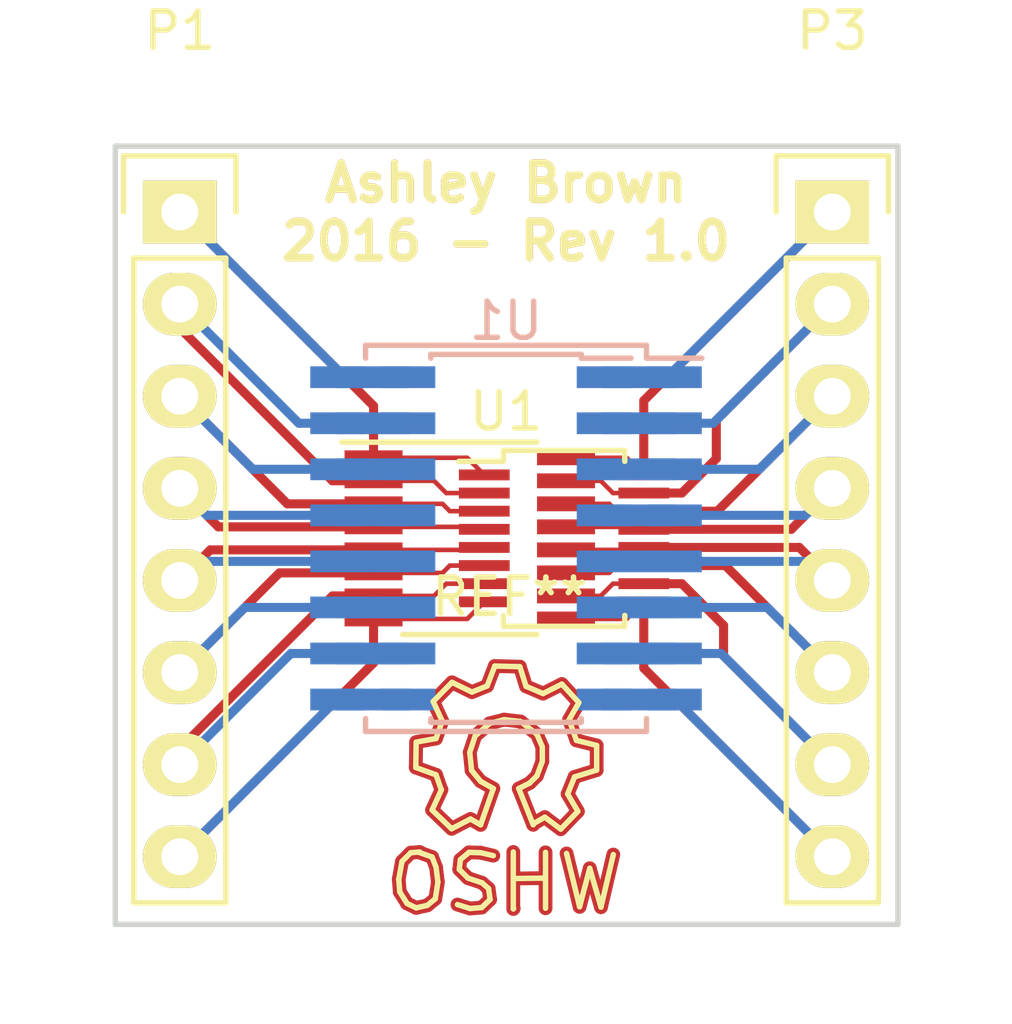
<source format=kicad_pcb>
(kicad_pcb (version 4) (host pcbnew 4.0.1-2.fc23-product)

  (general
    (links 64)
    (no_connects 0)
    (area 117.145999 59.106999 138.886001 80.720001)
    (thickness 1.6)
    (drawings 6)
    (tracks 126)
    (zones 0)
    (modules 8)
    (nets 17)
  )

  (page A4)
  (layers
    (0 F.Cu signal)
    (31 B.Cu signal)
    (32 B.Adhes user)
    (33 F.Adhes user)
    (34 B.Paste user)
    (35 F.Paste user)
    (36 B.SilkS user)
    (37 F.SilkS user)
    (38 B.Mask user)
    (39 F.Mask user)
    (40 Dwgs.User user)
    (41 Cmts.User user)
    (42 Eco1.User user)
    (43 Eco2.User user)
    (44 Edge.Cuts user)
    (45 Margin user)
    (46 B.CrtYd user)
    (47 F.CrtYd user)
    (48 B.Fab user)
    (49 F.Fab user)
  )

  (setup
    (last_trace_width 0.127)
    (user_trace_width 0.25)
    (user_trace_width 0.6)
    (trace_clearance 0.127)
    (zone_clearance 0.508)
    (zone_45_only no)
    (trace_min 0.127)
    (segment_width 0.2)
    (edge_width 0.15)
    (via_size 0.6)
    (via_drill 0.4)
    (via_min_size 0.4)
    (via_min_drill 0.3)
    (uvia_size 0.3)
    (uvia_drill 0.1)
    (uvias_allowed no)
    (uvia_min_size 0.2)
    (uvia_min_drill 0.1)
    (pcb_text_width 0.3)
    (pcb_text_size 1.5 1.5)
    (mod_edge_width 0.15)
    (mod_text_size 1 1)
    (mod_text_width 0.15)
    (pad_size 1.524 1.524)
    (pad_drill 0.762)
    (pad_to_mask_clearance 0.2)
    (aux_axis_origin 0 0)
    (visible_elements FFFFFF7F)
    (pcbplotparams
      (layerselection 0x00030_80000001)
      (usegerberextensions false)
      (excludeedgelayer true)
      (linewidth 0.100000)
      (plotframeref false)
      (viasonmask false)
      (mode 1)
      (useauxorigin false)
      (hpglpennumber 1)
      (hpglpenspeed 20)
      (hpglpendiameter 15)
      (hpglpenoverlay 2)
      (psnegative false)
      (psa4output false)
      (plotreference true)
      (plotvalue true)
      (plotinvisibletext false)
      (padsonsilk false)
      (subtractmaskfromsilk false)
      (outputformat 1)
      (mirror false)
      (drillshape 1)
      (scaleselection 1)
      (outputdirectory ""))
  )

  (net 0 "")
  (net 1 "Net-(P1-Pad1)")
  (net 2 "Net-(P1-Pad2)")
  (net 3 "Net-(P1-Pad3)")
  (net 4 "Net-(P1-Pad4)")
  (net 5 "Net-(P1-Pad5)")
  (net 6 "Net-(P1-Pad6)")
  (net 7 "Net-(P1-Pad7)")
  (net 8 "Net-(P1-Pad8)")
  (net 9 "Net-(P3-Pad1)")
  (net 10 "Net-(P3-Pad2)")
  (net 11 "Net-(P3-Pad3)")
  (net 12 "Net-(P3-Pad4)")
  (net 13 "Net-(P3-Pad5)")
  (net 14 "Net-(P3-Pad6)")
  (net 15 "Net-(P3-Pad7)")
  (net 16 "Net-(P3-Pad8)")

  (net_class Default "This is the default net class."
    (clearance 0.127)
    (trace_width 0.127)
    (via_dia 0.6)
    (via_drill 0.4)
    (uvia_dia 0.3)
    (uvia_drill 0.1)
    (add_net "Net-(P1-Pad1)")
    (add_net "Net-(P1-Pad2)")
    (add_net "Net-(P1-Pad3)")
    (add_net "Net-(P1-Pad4)")
    (add_net "Net-(P1-Pad5)")
    (add_net "Net-(P1-Pad6)")
    (add_net "Net-(P1-Pad7)")
    (add_net "Net-(P1-Pad8)")
    (add_net "Net-(P3-Pad1)")
    (add_net "Net-(P3-Pad2)")
    (add_net "Net-(P3-Pad3)")
    (add_net "Net-(P3-Pad4)")
    (add_net "Net-(P3-Pad5)")
    (add_net "Net-(P3-Pad6)")
    (add_net "Net-(P3-Pad7)")
    (add_net "Net-(P3-Pad8)")
  )

  (module Pin_Headers:Pin_Header_Straight_1x08 (layer F.Cu) (tedit 56DCC931) (tstamp 56DCC656)
    (at 119 61)
    (descr "Through hole pin header")
    (tags "pin header")
    (path /56DCB019)
    (fp_text reference P1 (at 0 -5) (layer F.SilkS)
      (effects (font (size 1 1) (thickness 0.15)))
    )
    (fp_text value CONN_01X08 (at 0 -3.1) (layer F.Fab)
      (effects (font (size 1 1) (thickness 0.15)))
    )
    (fp_line (start -1.75 -1.75) (end -1.75 19.55) (layer F.CrtYd) (width 0.05))
    (fp_line (start 1.75 -1.75) (end 1.75 19.55) (layer F.CrtYd) (width 0.05))
    (fp_line (start -1.75 -1.75) (end 1.75 -1.75) (layer F.CrtYd) (width 0.05))
    (fp_line (start -1.75 19.55) (end 1.75 19.55) (layer F.CrtYd) (width 0.05))
    (fp_line (start 1.27 1.27) (end 1.27 19.05) (layer F.SilkS) (width 0.15))
    (fp_line (start 1.27 19.05) (end -1.27 19.05) (layer F.SilkS) (width 0.15))
    (fp_line (start -1.27 19.05) (end -1.27 1.27) (layer F.SilkS) (width 0.15))
    (fp_line (start 1.55 -1.55) (end 1.55 0) (layer F.SilkS) (width 0.15))
    (fp_line (start 1.27 1.27) (end -1.27 1.27) (layer F.SilkS) (width 0.15))
    (fp_line (start -1.55 0) (end -1.55 -1.55) (layer F.SilkS) (width 0.15))
    (fp_line (start -1.55 -1.55) (end 1.55 -1.55) (layer F.SilkS) (width 0.15))
    (pad 1 thru_hole rect (at 0 0) (size 2.032 1.7272) (drill 1.016) (layers *.Cu *.Mask F.SilkS)
      (net 1 "Net-(P1-Pad1)"))
    (pad 2 thru_hole oval (at 0 2.54) (size 2.032 1.7272) (drill 1.016) (layers *.Cu *.Mask F.SilkS)
      (net 2 "Net-(P1-Pad2)"))
    (pad 3 thru_hole oval (at 0 5.08) (size 2.032 1.7272) (drill 1.016) (layers *.Cu *.Mask F.SilkS)
      (net 3 "Net-(P1-Pad3)"))
    (pad 4 thru_hole oval (at 0 7.62) (size 2.032 1.7272) (drill 1.016) (layers *.Cu *.Mask F.SilkS)
      (net 4 "Net-(P1-Pad4)"))
    (pad 5 thru_hole oval (at 0 10.16) (size 2.032 1.7272) (drill 1.016) (layers *.Cu *.Mask F.SilkS)
      (net 5 "Net-(P1-Pad5)"))
    (pad 6 thru_hole oval (at 0 12.7) (size 2.032 1.7272) (drill 1.016) (layers *.Cu *.Mask F.SilkS)
      (net 6 "Net-(P1-Pad6)"))
    (pad 7 thru_hole oval (at 0 15.24) (size 2.032 1.7272) (drill 1.016) (layers *.Cu *.Mask F.SilkS)
      (net 7 "Net-(P1-Pad7)"))
    (pad 8 thru_hole oval (at 0 17.78) (size 2.032 1.7272) (drill 1.016) (layers *.Cu *.Mask F.SilkS)
      (net 8 "Net-(P1-Pad8)"))
    (model Pin_Headers.3dshapes/Pin_Header_Straight_1x08.wrl
      (at (xyz 0 -0.35 0))
      (scale (xyz 1 1 1))
      (rotate (xyz 0 0 90))
    )
  )

  (module Pin_Headers:Pin_Header_Straight_1x08 (layer F.Cu) (tedit 56DCC92B) (tstamp 56DCC662)
    (at 137 61)
    (descr "Through hole pin header")
    (tags "pin header")
    (path /56DCB013)
    (fp_text reference P3 (at 0 -5) (layer F.SilkS)
      (effects (font (size 1 1) (thickness 0.15)))
    )
    (fp_text value CONN_01X08 (at 0 -3.1) (layer F.Fab)
      (effects (font (size 1 1) (thickness 0.15)))
    )
    (fp_line (start -1.75 -1.75) (end -1.75 19.55) (layer F.CrtYd) (width 0.05))
    (fp_line (start 1.75 -1.75) (end 1.75 19.55) (layer F.CrtYd) (width 0.05))
    (fp_line (start -1.75 -1.75) (end 1.75 -1.75) (layer F.CrtYd) (width 0.05))
    (fp_line (start -1.75 19.55) (end 1.75 19.55) (layer F.CrtYd) (width 0.05))
    (fp_line (start 1.27 1.27) (end 1.27 19.05) (layer F.SilkS) (width 0.15))
    (fp_line (start 1.27 19.05) (end -1.27 19.05) (layer F.SilkS) (width 0.15))
    (fp_line (start -1.27 19.05) (end -1.27 1.27) (layer F.SilkS) (width 0.15))
    (fp_line (start 1.55 -1.55) (end 1.55 0) (layer F.SilkS) (width 0.15))
    (fp_line (start 1.27 1.27) (end -1.27 1.27) (layer F.SilkS) (width 0.15))
    (fp_line (start -1.55 0) (end -1.55 -1.55) (layer F.SilkS) (width 0.15))
    (fp_line (start -1.55 -1.55) (end 1.55 -1.55) (layer F.SilkS) (width 0.15))
    (pad 1 thru_hole rect (at 0 0) (size 2.032 1.7272) (drill 1.016) (layers *.Cu *.Mask F.SilkS)
      (net 9 "Net-(P3-Pad1)"))
    (pad 2 thru_hole oval (at 0 2.54) (size 2.032 1.7272) (drill 1.016) (layers *.Cu *.Mask F.SilkS)
      (net 10 "Net-(P3-Pad2)"))
    (pad 3 thru_hole oval (at 0 5.08) (size 2.032 1.7272) (drill 1.016) (layers *.Cu *.Mask F.SilkS)
      (net 11 "Net-(P3-Pad3)"))
    (pad 4 thru_hole oval (at 0 7.62) (size 2.032 1.7272) (drill 1.016) (layers *.Cu *.Mask F.SilkS)
      (net 12 "Net-(P3-Pad4)"))
    (pad 5 thru_hole oval (at 0 10.16) (size 2.032 1.7272) (drill 1.016) (layers *.Cu *.Mask F.SilkS)
      (net 13 "Net-(P3-Pad5)"))
    (pad 6 thru_hole oval (at 0 12.7) (size 2.032 1.7272) (drill 1.016) (layers *.Cu *.Mask F.SilkS)
      (net 14 "Net-(P3-Pad6)"))
    (pad 7 thru_hole oval (at 0 15.24) (size 2.032 1.7272) (drill 1.016) (layers *.Cu *.Mask F.SilkS)
      (net 15 "Net-(P3-Pad7)"))
    (pad 8 thru_hole oval (at 0 17.78) (size 2.032 1.7272) (drill 1.016) (layers *.Cu *.Mask F.SilkS)
      (net 16 "Net-(P3-Pad8)"))
    (model Pin_Headers.3dshapes/Pin_Header_Straight_1x08.wrl
      (at (xyz 0 -0.35 0))
      (scale (xyz 1 1 1))
      (rotate (xyz 0 0 90))
    )
  )

  (module fixed_MSOP-16:MSOP-16_3x4mm_Pitch0.5mm (layer F.Cu) (tedit 56DCC8C9) (tstamp 56DCC676)
    (at 129.6 70)
    (descr "10-Lead Plastic Micro Small Outline Package (MS) [MSOP] (see Microchip Packaging Specification 00000049BS.pdf)")
    (tags "SSOP 0.5")
    (path /56DCB00D)
    (attr smd)
    (fp_text reference U1 (at -1.6 -3.5) (layer F.SilkS)
      (effects (font (size 1 1) (thickness 0.15)))
    )
    (fp_text value Generic_16Pin_Chip (at 0 3.5) (layer F.Fab)
      (effects (font (size 1 1) (thickness 0.15)))
    )
    (fp_line (start -3.15 -2.6) (end -3.15 2.6) (layer F.CrtYd) (width 0.05))
    (fp_line (start 3.15 -2.6) (end 3.15 2.6) (layer F.CrtYd) (width 0.05))
    (fp_line (start -3.15 -2.6) (end 3.15 -2.6) (layer F.CrtYd) (width 0.05))
    (fp_line (start -3.15 2.6) (end 3.15 2.6) (layer F.CrtYd) (width 0.05))
    (fp_line (start -1.675 -2.425) (end -1.675 -2.125) (layer F.SilkS) (width 0.15))
    (fp_line (start 1.675 -2.425) (end 1.675 -2.125) (layer F.SilkS) (width 0.15))
    (fp_line (start 1.675 2.425) (end 1.675 2.125) (layer F.SilkS) (width 0.15))
    (fp_line (start -1.675 2.425) (end -1.675 2.125) (layer F.SilkS) (width 0.15))
    (fp_line (start -1.675 -2.425) (end 1.675 -2.425) (layer F.SilkS) (width 0.15))
    (fp_line (start -1.675 2.425) (end 1.675 2.425) (layer F.SilkS) (width 0.15))
    (fp_line (start -1.675 -2.125) (end -2.9 -2.125) (layer F.SilkS) (width 0.15))
    (pad 1 smd rect (at -2.2 -1.75) (size 1.4 0.3) (layers F.Cu F.Paste F.Mask)
      (net 1 "Net-(P1-Pad1)"))
    (pad 2 smd rect (at -2.2 -1.25) (size 1.4 0.3) (layers F.Cu F.Paste F.Mask)
      (net 2 "Net-(P1-Pad2)"))
    (pad 3 smd rect (at -2.2 -0.75) (size 1.4 0.3) (layers F.Cu F.Paste F.Mask)
      (net 3 "Net-(P1-Pad3)"))
    (pad 4 smd rect (at -2.2 -0.25) (size 1.4 0.3) (layers F.Cu F.Paste F.Mask)
      (net 4 "Net-(P1-Pad4)"))
    (pad 5 smd rect (at -2.2 0.25) (size 1.4 0.3) (layers F.Cu F.Paste F.Mask)
      (net 5 "Net-(P1-Pad5)"))
    (pad 12 smd rect (at 2.2 0.25) (size 1.4 0.3) (layers F.Cu F.Paste F.Mask)
      (net 13 "Net-(P3-Pad5)"))
    (pad 13 smd rect (at 2.2 -0.25) (size 1.4 0.3) (layers F.Cu F.Paste F.Mask)
      (net 12 "Net-(P3-Pad4)"))
    (pad 14 smd rect (at 2.2 -0.75) (size 1.4 0.3) (layers F.Cu F.Paste F.Mask)
      (net 11 "Net-(P3-Pad3)"))
    (pad 15 smd rect (at 2.2 -1.25) (size 1.4 0.3) (layers F.Cu F.Paste F.Mask)
      (net 10 "Net-(P3-Pad2)"))
    (pad 16 smd rect (at 2.2 -1.75) (size 1.4 0.3) (layers F.Cu F.Paste F.Mask)
      (net 9 "Net-(P3-Pad1)"))
    (pad 6 smd rect (at -2.2 0.75) (size 1.4 0.3) (layers F.Cu F.Paste F.Mask)
      (net 6 "Net-(P1-Pad6)"))
    (pad 7 smd rect (at -2.2 1.25) (size 1.4 0.3) (layers F.Cu F.Paste F.Mask)
      (net 7 "Net-(P1-Pad7)"))
    (pad 8 smd rect (at -2.2 1.75) (size 1.4 0.3) (layers F.Cu F.Paste F.Mask)
      (net 8 "Net-(P1-Pad8)"))
    (pad 11 smd rect (at 2.2 0.75) (size 1.4 0.3) (layers F.Cu F.Paste F.Mask)
      (net 14 "Net-(P3-Pad6)"))
    (pad 10 smd rect (at 2.2 1.25) (size 1.4 0.3) (layers F.Cu F.Paste F.Mask)
      (net 15 "Net-(P3-Pad7)"))
    (pad 9 smd rect (at 2.2 1.75) (size 1.4 0.3) (layers F.Cu F.Paste F.Mask)
      (net 16 "Net-(P3-Pad8)"))
    (model Housings_SSOP.3dshapes/MSOP-16_3x4mm_Pitch0.5mm.wrl
      (at (xyz 0 0 0))
      (scale (xyz 1 1 1))
      (rotate (xyz 0 0 0))
    )
  )

  (module Housings_SSOP:QSOP-16_3.9x4.9mm_Pitch0.635mm (layer F.Cu) (tedit 56DCC8B5) (tstamp 56DCC68A)
    (at 127 70)
    (descr "16-Lead Plastic Shrink Small Outline Narrow Body (QR)-.150\" Body [QSOP] (see Microchip Packaging Specification 00000049BS.pdf)")
    (tags "SSOP 0.635")
    (path /56DCB01F)
    (attr smd)
    (fp_text reference "" (at 0 -3.5) (layer F.SilkS)
      (effects (font (size 1 1) (thickness 0.15)))
    )
    (fp_text value Generic_16Pin_Chip (at 0 3.5) (layer F.Fab)
      (effects (font (size 1 1) (thickness 0.15)))
    )
    (fp_line (start -3.7 -2.75) (end -3.7 2.75) (layer F.CrtYd) (width 0.05))
    (fp_line (start 3.7 -2.75) (end 3.7 2.75) (layer F.CrtYd) (width 0.05))
    (fp_line (start -3.7 -2.75) (end 3.7 -2.75) (layer F.CrtYd) (width 0.05))
    (fp_line (start -3.7 2.75) (end 3.7 2.75) (layer F.CrtYd) (width 0.05))
    (fp_line (start -1.8543 2.6525) (end 1.8543 2.6525) (layer F.SilkS) (width 0.15))
    (fp_line (start -3.5293 -2.6525) (end 1.8543 -2.6525) (layer F.SilkS) (width 0.15))
    (pad 1 smd rect (at -2.6543 -2.2225) (size 1.6 0.41) (layers F.Cu F.Paste F.Mask)
      (net 1 "Net-(P1-Pad1)"))
    (pad 2 smd rect (at -2.6543 -1.5875) (size 1.6 0.41) (layers F.Cu F.Paste F.Mask)
      (net 2 "Net-(P1-Pad2)"))
    (pad 3 smd rect (at -2.6543 -0.9525) (size 1.6 0.41) (layers F.Cu F.Paste F.Mask)
      (net 3 "Net-(P1-Pad3)"))
    (pad 4 smd rect (at -2.6543 -0.3175) (size 1.6 0.41) (layers F.Cu F.Paste F.Mask)
      (net 4 "Net-(P1-Pad4)"))
    (pad 5 smd rect (at -2.6543 0.3175) (size 1.6 0.41) (layers F.Cu F.Paste F.Mask)
      (net 5 "Net-(P1-Pad5)"))
    (pad 6 smd rect (at -2.6543 0.9525) (size 1.6 0.41) (layers F.Cu F.Paste F.Mask)
      (net 6 "Net-(P1-Pad6)"))
    (pad 7 smd rect (at -2.6543 1.5875) (size 1.6 0.41) (layers F.Cu F.Paste F.Mask)
      (net 7 "Net-(P1-Pad7)"))
    (pad 8 smd rect (at -2.6543 2.2225) (size 1.6 0.41) (layers F.Cu F.Paste F.Mask)
      (net 8 "Net-(P1-Pad8)"))
    (pad 9 smd rect (at 2.6543 2.2225) (size 1.6 0.41) (layers F.Cu F.Paste F.Mask)
      (net 16 "Net-(P3-Pad8)"))
    (pad 10 smd rect (at 2.6543 1.5875) (size 1.6 0.41) (layers F.Cu F.Paste F.Mask)
      (net 15 "Net-(P3-Pad7)"))
    (pad 11 smd rect (at 2.6543 0.9525) (size 1.6 0.41) (layers F.Cu F.Paste F.Mask)
      (net 14 "Net-(P3-Pad6)"))
    (pad 12 smd rect (at 2.6543 0.3175) (size 1.6 0.41) (layers F.Cu F.Paste F.Mask)
      (net 13 "Net-(P3-Pad5)"))
    (pad 13 smd rect (at 2.6543 -0.3175) (size 1.6 0.41) (layers F.Cu F.Paste F.Mask)
      (net 12 "Net-(P3-Pad4)"))
    (pad 14 smd rect (at 2.6543 -0.9525) (size 1.6 0.41) (layers F.Cu F.Paste F.Mask)
      (net 11 "Net-(P3-Pad3)"))
    (pad 15 smd rect (at 2.6543 -1.5875) (size 1.6 0.41) (layers F.Cu F.Paste F.Mask)
      (net 10 "Net-(P3-Pad2)"))
    (pad 16 smd rect (at 2.6543 -2.2225) (size 1.6 0.41) (layers F.Cu F.Paste F.Mask)
      (net 9 "Net-(P3-Pad1)"))
    (model Housings_SSOP.3dshapes/QSOP-16_3.9x4.9mm_Pitch0.635mm.wrl
      (at (xyz 0 0 0))
      (scale (xyz 1 1 1))
      (rotate (xyz 0 0 0))
    )
  )

  (module Housings_SOIC:SOIC-16_7.5x10.3mm_Pitch1.27mm (layer B.Cu) (tedit 56DCC8A1) (tstamp 56DCC69E)
    (at 128 70 180)
    (descr "16-Lead Plastic Small Outline (SO) - Wide, 7.50 mm Body [SOIC] (see Microchip Packaging Specification 00000049BS.pdf)")
    (tags "SOIC 1.27")
    (path /56DCBD74)
    (attr smd)
    (fp_text reference "" (at 2 6 180) (layer B.SilkS)
      (effects (font (size 1 1) (thickness 0.15)) (justify mirror))
    )
    (fp_text value Generic_16Pin_Chip (at 0 -6.25 180) (layer B.Fab)
      (effects (font (size 1 1) (thickness 0.15)) (justify mirror))
    )
    (fp_line (start -5.65 5.5) (end -5.65 -5.5) (layer B.CrtYd) (width 0.05))
    (fp_line (start 5.65 5.5) (end 5.65 -5.5) (layer B.CrtYd) (width 0.05))
    (fp_line (start -5.65 5.5) (end 5.65 5.5) (layer B.CrtYd) (width 0.05))
    (fp_line (start -5.65 -5.5) (end 5.65 -5.5) (layer B.CrtYd) (width 0.05))
    (fp_line (start -3.875 5.325) (end -3.875 4.97) (layer B.SilkS) (width 0.15))
    (fp_line (start 3.875 5.325) (end 3.875 4.97) (layer B.SilkS) (width 0.15))
    (fp_line (start 3.875 -5.325) (end 3.875 -4.97) (layer B.SilkS) (width 0.15))
    (fp_line (start -3.875 -5.325) (end -3.875 -4.97) (layer B.SilkS) (width 0.15))
    (fp_line (start -3.875 5.325) (end 3.875 5.325) (layer B.SilkS) (width 0.15))
    (fp_line (start -3.875 -5.325) (end 3.875 -5.325) (layer B.SilkS) (width 0.15))
    (fp_line (start -3.875 4.97) (end -5.4 4.97) (layer B.SilkS) (width 0.15))
    (pad 1 smd rect (at -4.65 4.445 180) (size 1.5 0.6) (layers B.Cu B.Paste B.Mask)
      (net 9 "Net-(P3-Pad1)"))
    (pad 2 smd rect (at -4.65 3.175 180) (size 1.5 0.6) (layers B.Cu B.Paste B.Mask)
      (net 10 "Net-(P3-Pad2)"))
    (pad 3 smd rect (at -4.65 1.905 180) (size 1.5 0.6) (layers B.Cu B.Paste B.Mask)
      (net 11 "Net-(P3-Pad3)"))
    (pad 4 smd rect (at -4.65 0.635 180) (size 1.5 0.6) (layers B.Cu B.Paste B.Mask)
      (net 12 "Net-(P3-Pad4)"))
    (pad 5 smd rect (at -4.65 -0.635 180) (size 1.5 0.6) (layers B.Cu B.Paste B.Mask)
      (net 13 "Net-(P3-Pad5)"))
    (pad 6 smd rect (at -4.65 -1.905 180) (size 1.5 0.6) (layers B.Cu B.Paste B.Mask)
      (net 14 "Net-(P3-Pad6)"))
    (pad 7 smd rect (at -4.65 -3.175 180) (size 1.5 0.6) (layers B.Cu B.Paste B.Mask)
      (net 15 "Net-(P3-Pad7)"))
    (pad 8 smd rect (at -4.65 -4.445 180) (size 1.5 0.6) (layers B.Cu B.Paste B.Mask)
      (net 16 "Net-(P3-Pad8)"))
    (pad 9 smd rect (at 4.65 -4.445 180) (size 1.5 0.6) (layers B.Cu B.Paste B.Mask)
      (net 8 "Net-(P1-Pad8)"))
    (pad 10 smd rect (at 4.65 -3.175 180) (size 1.5 0.6) (layers B.Cu B.Paste B.Mask)
      (net 7 "Net-(P1-Pad7)"))
    (pad 11 smd rect (at 4.65 -1.905 180) (size 1.5 0.6) (layers B.Cu B.Paste B.Mask)
      (net 6 "Net-(P1-Pad6)"))
    (pad 12 smd rect (at 4.65 -0.635 180) (size 1.5 0.6) (layers B.Cu B.Paste B.Mask)
      (net 5 "Net-(P1-Pad5)"))
    (pad 13 smd rect (at 4.65 0.635 180) (size 1.5 0.6) (layers B.Cu B.Paste B.Mask)
      (net 4 "Net-(P1-Pad4)"))
    (pad 14 smd rect (at 4.65 1.905 180) (size 1.5 0.6) (layers B.Cu B.Paste B.Mask)
      (net 3 "Net-(P1-Pad3)"))
    (pad 15 smd rect (at 4.65 3.175 180) (size 1.5 0.6) (layers B.Cu B.Paste B.Mask)
      (net 2 "Net-(P1-Pad2)"))
    (pad 16 smd rect (at 4.65 4.445 180) (size 1.5 0.6) (layers B.Cu B.Paste B.Mask)
      (net 1 "Net-(P1-Pad1)"))
    (model Housings_SOIC.3dshapes/SOIC-16_7.5x10.3mm_Pitch1.27mm.wrl
      (at (xyz 0 0 0))
      (scale (xyz 1 1 1))
      (rotate (xyz 0 0 0))
    )
  )

  (module Housings_SOIC:SOIC-16_3.9x9.9mm_Pitch1.27mm (layer B.Cu) (tedit 56DCC85B) (tstamp 56DCC6B2)
    (at 128 70 180)
    (descr "16-Lead Plastic Small Outline (SL) - Narrow, 3.90 mm Body [SOIC] (see Microchip Packaging Specification 00000049BS.pdf)")
    (tags "SOIC 1.27")
    (path /56DCD4BD)
    (attr smd)
    (fp_text reference U1 (at 0 6 180) (layer B.SilkS)
      (effects (font (size 1 1) (thickness 0.15)) (justify mirror))
    )
    (fp_text value Generic_16Pin_Chip (at 0 -6 180) (layer B.Fab)
      (effects (font (size 1 1) (thickness 0.15)) (justify mirror))
    )
    (fp_line (start -3.7 5.25) (end -3.7 -5.25) (layer B.CrtYd) (width 0.05))
    (fp_line (start 3.7 5.25) (end 3.7 -5.25) (layer B.CrtYd) (width 0.05))
    (fp_line (start -3.7 5.25) (end 3.7 5.25) (layer B.CrtYd) (width 0.05))
    (fp_line (start -3.7 -5.25) (end 3.7 -5.25) (layer B.CrtYd) (width 0.05))
    (fp_line (start -2.075 5.075) (end -2.075 4.97) (layer B.SilkS) (width 0.15))
    (fp_line (start 2.075 5.075) (end 2.075 4.97) (layer B.SilkS) (width 0.15))
    (fp_line (start 2.075 -5.075) (end 2.075 -4.97) (layer B.SilkS) (width 0.15))
    (fp_line (start -2.075 -5.075) (end -2.075 -4.97) (layer B.SilkS) (width 0.15))
    (fp_line (start -2.075 5.075) (end 2.075 5.075) (layer B.SilkS) (width 0.15))
    (fp_line (start -2.075 -5.075) (end 2.075 -5.075) (layer B.SilkS) (width 0.15))
    (fp_line (start -2.075 4.97) (end -3.45 4.97) (layer B.SilkS) (width 0.15))
    (pad 1 smd rect (at -2.7 4.445 180) (size 1.5 0.6) (layers B.Cu B.Paste B.Mask)
      (net 9 "Net-(P3-Pad1)"))
    (pad 2 smd rect (at -2.7 3.175 180) (size 1.5 0.6) (layers B.Cu B.Paste B.Mask)
      (net 10 "Net-(P3-Pad2)"))
    (pad 3 smd rect (at -2.7 1.905 180) (size 1.5 0.6) (layers B.Cu B.Paste B.Mask)
      (net 11 "Net-(P3-Pad3)"))
    (pad 4 smd rect (at -2.7 0.635 180) (size 1.5 0.6) (layers B.Cu B.Paste B.Mask)
      (net 12 "Net-(P3-Pad4)"))
    (pad 5 smd rect (at -2.7 -0.635 180) (size 1.5 0.6) (layers B.Cu B.Paste B.Mask)
      (net 13 "Net-(P3-Pad5)"))
    (pad 6 smd rect (at -2.7 -1.905 180) (size 1.5 0.6) (layers B.Cu B.Paste B.Mask)
      (net 14 "Net-(P3-Pad6)"))
    (pad 7 smd rect (at -2.7 -3.175 180) (size 1.5 0.6) (layers B.Cu B.Paste B.Mask)
      (net 15 "Net-(P3-Pad7)"))
    (pad 8 smd rect (at -2.7 -4.445 180) (size 1.5 0.6) (layers B.Cu B.Paste B.Mask)
      (net 16 "Net-(P3-Pad8)"))
    (pad 9 smd rect (at 2.7 -4.445 180) (size 1.5 0.6) (layers B.Cu B.Paste B.Mask)
      (net 8 "Net-(P1-Pad8)"))
    (pad 10 smd rect (at 2.7 -3.175 180) (size 1.5 0.6) (layers B.Cu B.Paste B.Mask)
      (net 7 "Net-(P1-Pad7)"))
    (pad 11 smd rect (at 2.7 -1.905 180) (size 1.5 0.6) (layers B.Cu B.Paste B.Mask)
      (net 6 "Net-(P1-Pad6)"))
    (pad 12 smd rect (at 2.7 -0.635 180) (size 1.5 0.6) (layers B.Cu B.Paste B.Mask)
      (net 5 "Net-(P1-Pad5)"))
    (pad 13 smd rect (at 2.7 0.635 180) (size 1.5 0.6) (layers B.Cu B.Paste B.Mask)
      (net 4 "Net-(P1-Pad4)"))
    (pad 14 smd rect (at 2.7 1.905 180) (size 1.5 0.6) (layers B.Cu B.Paste B.Mask)
      (net 3 "Net-(P1-Pad3)"))
    (pad 15 smd rect (at 2.7 3.175 180) (size 1.5 0.6) (layers B.Cu B.Paste B.Mask)
      (net 2 "Net-(P1-Pad2)"))
    (pad 16 smd rect (at 2.7 4.445 180) (size 1.5 0.6) (layers B.Cu B.Paste B.Mask)
      (net 1 "Net-(P1-Pad1)"))
    (model Housings_SOIC.3dshapes/SOIC-16_3.9x9.9mm_Pitch1.27mm.wrl
      (at (xyz 0 0 0))
      (scale (xyz 1 1 1))
      (rotate (xyz 0 0 0))
    )
  )

  (module Symbols:Symbol_OSHW-Logo_CopperTop (layer F.Cu) (tedit 0) (tstamp 56DCCB9C)
    (at 128 76)
    (descr "Symbol, OSHW-Logo, Copper Top,")
    (tags "Symbol, OSHW-Logo, Copper Top,")
    (fp_text reference REF** (at 0.09906 -4.38912) (layer F.SilkS)
      (effects (font (size 1 1) (thickness 0.15)))
    )
    (fp_text value Symbol_OSHW-Logo_CopperTop (at 0.30988 6.56082) (layer F.Fab)
      (effects (font (size 1 1) (thickness 0.15)))
    )
    (fp_line (start 1.66878 2.68986) (end 2.02946 4.16052) (layer F.Cu) (width 0.381))
    (fp_line (start 2.02946 4.16052) (end 2.30886 3.0988) (layer F.Cu) (width 0.381))
    (fp_line (start 2.30886 3.0988) (end 2.61874 4.17068) (layer F.Cu) (width 0.381))
    (fp_line (start 2.61874 4.17068) (end 2.9591 2.72034) (layer F.Cu) (width 0.381))
    (fp_line (start 0.24892 3.38074) (end 1.03886 3.37058) (layer F.Cu) (width 0.381))
    (fp_line (start 1.03886 3.37058) (end 1.04902 3.38074) (layer F.Cu) (width 0.381))
    (fp_line (start 1.04902 3.38074) (end 1.04902 3.37058) (layer F.Cu) (width 0.381))
    (fp_line (start 1.08966 2.65938) (end 1.08966 4.20116) (layer F.Cu) (width 0.381))
    (fp_line (start 0.20066 2.64922) (end 0.20066 4.21894) (layer F.Cu) (width 0.381))
    (fp_line (start 0.20066 4.21894) (end 0.21082 4.20878) (layer F.Cu) (width 0.381))
    (fp_line (start -0.35052 2.75082) (end -0.70104 2.66954) (layer F.Cu) (width 0.381))
    (fp_line (start -0.70104 2.66954) (end -1.02108 2.65938) (layer F.Cu) (width 0.381))
    (fp_line (start -1.02108 2.65938) (end -1.25984 2.86004) (layer F.Cu) (width 0.381))
    (fp_line (start -1.25984 2.86004) (end -1.29032 3.12928) (layer F.Cu) (width 0.381))
    (fp_line (start -1.29032 3.12928) (end -1.04902 3.37058) (layer F.Cu) (width 0.381))
    (fp_line (start -1.04902 3.37058) (end -0.6604 3.50012) (layer F.Cu) (width 0.381))
    (fp_line (start -0.6604 3.50012) (end -0.48006 3.66014) (layer F.Cu) (width 0.381))
    (fp_line (start -0.48006 3.66014) (end -0.43942 3.95986) (layer F.Cu) (width 0.381))
    (fp_line (start -0.43942 3.95986) (end -0.67056 4.18084) (layer F.Cu) (width 0.381))
    (fp_line (start -0.67056 4.18084) (end -0.9906 4.20878) (layer F.Cu) (width 0.381))
    (fp_line (start -0.9906 4.20878) (end -1.34112 4.09956) (layer F.Cu) (width 0.381))
    (fp_line (start -2.37998 2.64922) (end -2.6289 2.66954) (layer F.Cu) (width 0.381))
    (fp_line (start -2.6289 2.66954) (end -2.8702 2.91084) (layer F.Cu) (width 0.381))
    (fp_line (start -2.8702 2.91084) (end -2.9591 3.40106) (layer F.Cu) (width 0.381))
    (fp_line (start -2.9591 3.40106) (end -2.93116 3.74904) (layer F.Cu) (width 0.381))
    (fp_line (start -2.93116 3.74904) (end -2.7305 4.06908) (layer F.Cu) (width 0.381))
    (fp_line (start -2.7305 4.06908) (end -2.47904 4.191) (layer F.Cu) (width 0.381))
    (fp_line (start -2.47904 4.191) (end -2.16916 4.11988) (layer F.Cu) (width 0.381))
    (fp_line (start -2.16916 4.11988) (end -1.95072 3.93954) (layer F.Cu) (width 0.381))
    (fp_line (start -1.95072 3.93954) (end -1.8796 3.4798) (layer F.Cu) (width 0.381))
    (fp_line (start -1.8796 3.4798) (end -1.9304 3.07086) (layer F.Cu) (width 0.381))
    (fp_line (start -1.9304 3.07086) (end -2.03962 2.78892) (layer F.Cu) (width 0.381))
    (fp_line (start -2.03962 2.78892) (end -2.4003 2.65938) (layer F.Cu) (width 0.381))
    (fp_line (start -1.78054 0.92964) (end -2.03962 1.49098) (layer F.Cu) (width 0.381))
    (fp_line (start -2.03962 1.49098) (end -1.50114 2.00914) (layer F.Cu) (width 0.381))
    (fp_line (start -1.50114 2.00914) (end -0.98044 1.7399) (layer F.Cu) (width 0.381))
    (fp_line (start -0.98044 1.7399) (end -0.70104 1.89992) (layer F.Cu) (width 0.381))
    (fp_line (start 0.73914 1.8796) (end 1.06934 1.6891) (layer F.Cu) (width 0.381))
    (fp_line (start 1.06934 1.6891) (end 1.50876 2.0193) (layer F.Cu) (width 0.381))
    (fp_line (start 1.50876 2.0193) (end 1.9812 1.52908) (layer F.Cu) (width 0.381))
    (fp_line (start 1.9812 1.52908) (end 1.69926 1.04902) (layer F.Cu) (width 0.381))
    (fp_line (start 1.69926 1.04902) (end 1.88976 0.57912) (layer F.Cu) (width 0.381))
    (fp_line (start 1.88976 0.57912) (end 2.49936 0.39116) (layer F.Cu) (width 0.381))
    (fp_line (start 2.49936 0.39116) (end 2.49936 -0.28956) (layer F.Cu) (width 0.381))
    (fp_line (start 2.49936 -0.28956) (end 1.94056 -0.42926) (layer F.Cu) (width 0.381))
    (fp_line (start 1.94056 -0.42926) (end 1.7399 -1.00076) (layer F.Cu) (width 0.381))
    (fp_line (start 1.7399 -1.00076) (end 2.00914 -1.47066) (layer F.Cu) (width 0.381))
    (fp_line (start 2.00914 -1.47066) (end 1.53924 -1.9812) (layer F.Cu) (width 0.381))
    (fp_line (start 1.53924 -1.9812) (end 1.02108 -1.71958) (layer F.Cu) (width 0.381))
    (fp_line (start 1.02108 -1.71958) (end 0.55118 -1.92024) (layer F.Cu) (width 0.381))
    (fp_line (start 0.55118 -1.92024) (end 0.381 -2.46126) (layer F.Cu) (width 0.381))
    (fp_line (start 0.381 -2.46126) (end -0.30988 -2.47904) (layer F.Cu) (width 0.381))
    (fp_line (start -0.30988 -2.47904) (end -0.5207 -1.9304) (layer F.Cu) (width 0.381))
    (fp_line (start -0.5207 -1.9304) (end -0.9398 -1.76022) (layer F.Cu) (width 0.381))
    (fp_line (start -0.9398 -1.76022) (end -1.49098 -2.02946) (layer F.Cu) (width 0.381))
    (fp_line (start -1.49098 -2.02946) (end -2.00914 -1.50114) (layer F.Cu) (width 0.381))
    (fp_line (start -2.00914 -1.50114) (end -1.76022 -0.96012) (layer F.Cu) (width 0.381))
    (fp_line (start -1.76022 -0.96012) (end -1.9304 -0.48006) (layer F.Cu) (width 0.381))
    (fp_line (start -1.9304 -0.48006) (end -2.47904 -0.381) (layer F.Cu) (width 0.381))
    (fp_line (start -2.47904 -0.381) (end -2.4892 0.32004) (layer F.Cu) (width 0.381))
    (fp_line (start -2.4892 0.32004) (end -1.9304 0.5207) (layer F.Cu) (width 0.381))
    (fp_line (start -1.9304 0.5207) (end -1.7907 0.91948) (layer F.Cu) (width 0.381))
    (fp_line (start 0.35052 0.89916) (end 0.65024 0.7493) (layer F.Cu) (width 0.381))
    (fp_line (start 0.65024 0.7493) (end 0.8509 0.55118) (layer F.Cu) (width 0.381))
    (fp_line (start 0.8509 0.55118) (end 1.00076 0.14986) (layer F.Cu) (width 0.381))
    (fp_line (start 1.00076 0.14986) (end 1.00076 -0.24892) (layer F.Cu) (width 0.381))
    (fp_line (start 1.00076 -0.24892) (end 0.8509 -0.59944) (layer F.Cu) (width 0.381))
    (fp_line (start 0.8509 -0.59944) (end 0.39878 -0.94996) (layer F.Cu) (width 0.381))
    (fp_line (start 0.39878 -0.94996) (end -0.0508 -1.00076) (layer F.Cu) (width 0.381))
    (fp_line (start -0.0508 -1.00076) (end -0.44958 -0.89916) (layer F.Cu) (width 0.381))
    (fp_line (start -0.44958 -0.89916) (end -0.8509 -0.55118) (layer F.Cu) (width 0.381))
    (fp_line (start -0.8509 -0.55118) (end -1.00076 -0.09906) (layer F.Cu) (width 0.381))
    (fp_line (start -1.00076 -0.09906) (end -0.94996 0.39878) (layer F.Cu) (width 0.381))
    (fp_line (start -0.94996 0.39878) (end -0.70104 0.70104) (layer F.Cu) (width 0.381))
    (fp_line (start -0.70104 0.70104) (end -0.35052 0.89916) (layer F.Cu) (width 0.381))
    (fp_line (start -0.35052 0.89916) (end -0.70104 1.89992) (layer F.Cu) (width 0.381))
    (fp_line (start 0.35052 0.89916) (end 0.7493 1.89992) (layer F.Cu) (width 0.381))
  )

  (module Symbols:Symbol_OSHW-Logo_SilkScreen (layer F.Cu) (tedit 0) (tstamp 56DCCD0F)
    (at 128 76)
    (descr "Symbol, OSHW-Logo, Silk Screen,")
    (tags "Symbol, OSHW-Logo, Silk Screen,")
    (fp_text reference REF** (at 0.09906 -4.38912) (layer F.SilkS)
      (effects (font (size 1 1) (thickness 0.15)))
    )
    (fp_text value Symbol_OSHW-Logo_SilkScreen (at 0.30988 6.56082) (layer F.Fab)
      (effects (font (size 1 1) (thickness 0.15)))
    )
    (fp_line (start 1.66878 2.68986) (end 2.02946 4.16052) (layer F.SilkS) (width 0.15))
    (fp_line (start 2.02946 4.16052) (end 2.30886 3.0988) (layer F.SilkS) (width 0.15))
    (fp_line (start 2.30886 3.0988) (end 2.61874 4.17068) (layer F.SilkS) (width 0.15))
    (fp_line (start 2.61874 4.17068) (end 2.9591 2.72034) (layer F.SilkS) (width 0.15))
    (fp_line (start 0.24892 3.38074) (end 1.03886 3.37058) (layer F.SilkS) (width 0.15))
    (fp_line (start 1.03886 3.37058) (end 1.04902 3.38074) (layer F.SilkS) (width 0.15))
    (fp_line (start 1.04902 3.38074) (end 1.04902 3.37058) (layer F.SilkS) (width 0.15))
    (fp_line (start 1.08966 2.65938) (end 1.08966 4.20116) (layer F.SilkS) (width 0.15))
    (fp_line (start 0.20066 2.64922) (end 0.20066 4.21894) (layer F.SilkS) (width 0.15))
    (fp_line (start 0.20066 4.21894) (end 0.21082 4.20878) (layer F.SilkS) (width 0.15))
    (fp_line (start -0.35052 2.75082) (end -0.70104 2.66954) (layer F.SilkS) (width 0.15))
    (fp_line (start -0.70104 2.66954) (end -1.02108 2.65938) (layer F.SilkS) (width 0.15))
    (fp_line (start -1.02108 2.65938) (end -1.25984 2.86004) (layer F.SilkS) (width 0.15))
    (fp_line (start -1.25984 2.86004) (end -1.29032 3.12928) (layer F.SilkS) (width 0.15))
    (fp_line (start -1.29032 3.12928) (end -1.04902 3.37058) (layer F.SilkS) (width 0.15))
    (fp_line (start -1.04902 3.37058) (end -0.6604 3.50012) (layer F.SilkS) (width 0.15))
    (fp_line (start -0.6604 3.50012) (end -0.48006 3.66014) (layer F.SilkS) (width 0.15))
    (fp_line (start -0.48006 3.66014) (end -0.43942 3.95986) (layer F.SilkS) (width 0.15))
    (fp_line (start -0.43942 3.95986) (end -0.67056 4.18084) (layer F.SilkS) (width 0.15))
    (fp_line (start -0.67056 4.18084) (end -0.9906 4.20878) (layer F.SilkS) (width 0.15))
    (fp_line (start -0.9906 4.20878) (end -1.34112 4.09956) (layer F.SilkS) (width 0.15))
    (fp_line (start -2.37998 2.64922) (end -2.6289 2.66954) (layer F.SilkS) (width 0.15))
    (fp_line (start -2.6289 2.66954) (end -2.8702 2.91084) (layer F.SilkS) (width 0.15))
    (fp_line (start -2.8702 2.91084) (end -2.9591 3.40106) (layer F.SilkS) (width 0.15))
    (fp_line (start -2.9591 3.40106) (end -2.93116 3.74904) (layer F.SilkS) (width 0.15))
    (fp_line (start -2.93116 3.74904) (end -2.7305 4.06908) (layer F.SilkS) (width 0.15))
    (fp_line (start -2.7305 4.06908) (end -2.47904 4.191) (layer F.SilkS) (width 0.15))
    (fp_line (start -2.47904 4.191) (end -2.16916 4.11988) (layer F.SilkS) (width 0.15))
    (fp_line (start -2.16916 4.11988) (end -1.95072 3.93954) (layer F.SilkS) (width 0.15))
    (fp_line (start -1.95072 3.93954) (end -1.8796 3.4798) (layer F.SilkS) (width 0.15))
    (fp_line (start -1.8796 3.4798) (end -1.9304 3.07086) (layer F.SilkS) (width 0.15))
    (fp_line (start -1.9304 3.07086) (end -2.03962 2.78892) (layer F.SilkS) (width 0.15))
    (fp_line (start -2.03962 2.78892) (end -2.4003 2.65938) (layer F.SilkS) (width 0.15))
    (fp_line (start -1.78054 0.92964) (end -2.03962 1.49098) (layer F.SilkS) (width 0.15))
    (fp_line (start -2.03962 1.49098) (end -1.50114 2.00914) (layer F.SilkS) (width 0.15))
    (fp_line (start -1.50114 2.00914) (end -0.98044 1.7399) (layer F.SilkS) (width 0.15))
    (fp_line (start -0.98044 1.7399) (end -0.70104 1.89992) (layer F.SilkS) (width 0.15))
    (fp_line (start 0.73914 1.8796) (end 1.06934 1.6891) (layer F.SilkS) (width 0.15))
    (fp_line (start 1.06934 1.6891) (end 1.50876 2.0193) (layer F.SilkS) (width 0.15))
    (fp_line (start 1.50876 2.0193) (end 1.9812 1.52908) (layer F.SilkS) (width 0.15))
    (fp_line (start 1.9812 1.52908) (end 1.69926 1.04902) (layer F.SilkS) (width 0.15))
    (fp_line (start 1.69926 1.04902) (end 1.88976 0.57912) (layer F.SilkS) (width 0.15))
    (fp_line (start 1.88976 0.57912) (end 2.49936 0.39116) (layer F.SilkS) (width 0.15))
    (fp_line (start 2.49936 0.39116) (end 2.49936 -0.28956) (layer F.SilkS) (width 0.15))
    (fp_line (start 2.49936 -0.28956) (end 1.94056 -0.42926) (layer F.SilkS) (width 0.15))
    (fp_line (start 1.94056 -0.42926) (end 1.7399 -1.00076) (layer F.SilkS) (width 0.15))
    (fp_line (start 1.7399 -1.00076) (end 2.00914 -1.47066) (layer F.SilkS) (width 0.15))
    (fp_line (start 2.00914 -1.47066) (end 1.53924 -1.9812) (layer F.SilkS) (width 0.15))
    (fp_line (start 1.53924 -1.9812) (end 1.02108 -1.71958) (layer F.SilkS) (width 0.15))
    (fp_line (start 1.02108 -1.71958) (end 0.55118 -1.92024) (layer F.SilkS) (width 0.15))
    (fp_line (start 0.55118 -1.92024) (end 0.381 -2.46126) (layer F.SilkS) (width 0.15))
    (fp_line (start 0.381 -2.46126) (end -0.30988 -2.47904) (layer F.SilkS) (width 0.15))
    (fp_line (start -0.30988 -2.47904) (end -0.5207 -1.9304) (layer F.SilkS) (width 0.15))
    (fp_line (start -0.5207 -1.9304) (end -0.9398 -1.76022) (layer F.SilkS) (width 0.15))
    (fp_line (start -0.9398 -1.76022) (end -1.49098 -2.02946) (layer F.SilkS) (width 0.15))
    (fp_line (start -1.49098 -2.02946) (end -2.00914 -1.50114) (layer F.SilkS) (width 0.15))
    (fp_line (start -2.00914 -1.50114) (end -1.76022 -0.96012) (layer F.SilkS) (width 0.15))
    (fp_line (start -1.76022 -0.96012) (end -1.9304 -0.48006) (layer F.SilkS) (width 0.15))
    (fp_line (start -1.9304 -0.48006) (end -2.47904 -0.381) (layer F.SilkS) (width 0.15))
    (fp_line (start -2.47904 -0.381) (end -2.4892 0.32004) (layer F.SilkS) (width 0.15))
    (fp_line (start -2.4892 0.32004) (end -1.9304 0.5207) (layer F.SilkS) (width 0.15))
    (fp_line (start -1.9304 0.5207) (end -1.7907 0.91948) (layer F.SilkS) (width 0.15))
    (fp_line (start 0.35052 0.89916) (end 0.65024 0.7493) (layer F.SilkS) (width 0.15))
    (fp_line (start 0.65024 0.7493) (end 0.8509 0.55118) (layer F.SilkS) (width 0.15))
    (fp_line (start 0.8509 0.55118) (end 1.00076 0.14986) (layer F.SilkS) (width 0.15))
    (fp_line (start 1.00076 0.14986) (end 1.00076 -0.24892) (layer F.SilkS) (width 0.15))
    (fp_line (start 1.00076 -0.24892) (end 0.8509 -0.59944) (layer F.SilkS) (width 0.15))
    (fp_line (start 0.8509 -0.59944) (end 0.39878 -0.94996) (layer F.SilkS) (width 0.15))
    (fp_line (start 0.39878 -0.94996) (end -0.0508 -1.00076) (layer F.SilkS) (width 0.15))
    (fp_line (start -0.0508 -1.00076) (end -0.44958 -0.89916) (layer F.SilkS) (width 0.15))
    (fp_line (start -0.44958 -0.89916) (end -0.8509 -0.55118) (layer F.SilkS) (width 0.15))
    (fp_line (start -0.8509 -0.55118) (end -1.00076 -0.09906) (layer F.SilkS) (width 0.15))
    (fp_line (start -1.00076 -0.09906) (end -0.94996 0.39878) (layer F.SilkS) (width 0.15))
    (fp_line (start -0.94996 0.39878) (end -0.70104 0.70104) (layer F.SilkS) (width 0.15))
    (fp_line (start -0.70104 0.70104) (end -0.35052 0.89916) (layer F.SilkS) (width 0.15))
    (fp_line (start -0.35052 0.89916) (end -0.70104 1.89992) (layer F.SilkS) (width 0.15))
    (fp_line (start 0.35052 0.89916) (end 0.7493 1.89992) (layer F.SilkS) (width 0.15))
  )

  (gr_line (start 117.221 80.645) (end 117.221 59.182) (angle 90) (layer Edge.Cuts) (width 0.15))
  (gr_line (start 138.811 80.645) (end 117.221 80.645) (angle 90) (layer Edge.Cuts) (width 0.15))
  (gr_line (start 138.811 59.182) (end 138.811 80.645) (angle 90) (layer Edge.Cuts) (width 0.15))
  (gr_line (start 117.221 59.182) (end 138.811 59.182) (angle 90) (layer Edge.Cuts) (width 0.15))
  (gr_text "Ashley Brown\n2016 - Rev 1.0" (at 128 61) (layer F.SilkS)
    (effects (font (size 1 1) (thickness 0.2)))
  )
  (gr_text "Ashley Brown\n2016 - Rev 1.0" (at 128 61) (layer F.Cu)
    (effects (font (size 1 1) (thickness 0.2)))
  )

  (segment (start 124.3457 67.7775) (end 124.3457 66.3457) (width 0.25) (layer F.Cu) (net 1))
  (segment (start 124.3457 66.3457) (end 119 61) (width 0.25) (layer F.Cu) (net 1) (tstamp 56DCCB4E))
  (segment (start 123.35 65.555) (end 123.35 65.35) (width 0.25) (layer B.Cu) (net 1) (status 30))
  (segment (start 123.35 65.35) (end 119 61) (width 0.25) (layer B.Cu) (net 1) (tstamp 56DCCB32) (status 10))
  (segment (start 125.3 65.555) (end 123.35 65.555) (width 0.6) (layer B.Cu) (net 1) (status 20))
  (segment (start 124.3457 67.7775) (end 126.9275 67.7775) (width 0.127) (layer F.Cu) (net 1))
  (segment (start 126.9275 67.7775) (end 127.4 68.25) (width 0.127) (layer F.Cu) (net 1) (tstamp 56DCCA94))
  (segment (start 119 63.54) (end 119 64.2) (width 0.25) (layer F.Cu) (net 2))
  (segment (start 119 64.2) (end 123.2125 68.4125) (width 0.25) (layer F.Cu) (net 2) (tstamp 56DCCB85))
  (segment (start 123.2125 68.4125) (end 124.3457 68.4125) (width 0.25) (layer F.Cu) (net 2) (tstamp 56DCCB86))
  (segment (start 123.35 66.825) (end 122.285 66.825) (width 0.25) (layer B.Cu) (net 2) (status 10))
  (segment (start 122.285 66.825) (end 119 63.54) (width 0.25) (layer B.Cu) (net 2) (tstamp 56DCCB2E))
  (segment (start 125.3 66.825) (end 123.35 66.825) (width 0.6) (layer B.Cu) (net 2) (status 20))
  (segment (start 124.3457 68.4125) (end 126.0125 68.4125) (width 0.127) (layer F.Cu) (net 2))
  (segment (start 126.35 68.75) (end 127.4 68.75) (width 0.127) (layer F.Cu) (net 2) (tstamp 56DCCAAA))
  (segment (start 126.0125 68.4125) (end 126.35 68.75) (width 0.127) (layer F.Cu) (net 2) (tstamp 56DCCAA9))
  (segment (start 124.3457 69.0475) (end 121.9675 69.0475) (width 0.25) (layer F.Cu) (net 3))
  (segment (start 121.9675 69.0475) (end 119 66.08) (width 0.25) (layer F.Cu) (net 3) (tstamp 56DCCB54))
  (segment (start 123.35 68.095) (end 121.015 68.095) (width 0.25) (layer B.Cu) (net 3) (status 10))
  (segment (start 121.015 68.095) (end 119 66.08) (width 0.25) (layer B.Cu) (net 3) (tstamp 56DCCB2A))
  (segment (start 125.3 68.095) (end 123.35 68.095) (width 0.6) (layer B.Cu) (net 3) (status 20))
  (segment (start 124.3457 69.0475) (end 126.2475 69.0475) (width 0.127) (layer F.Cu) (net 3))
  (segment (start 126.45 69.25) (end 127.4 69.25) (width 0.127) (layer F.Cu) (net 3) (tstamp 56DCCAB6))
  (segment (start 126.2475 69.0475) (end 126.45 69.25) (width 0.127) (layer F.Cu) (net 3) (tstamp 56DCCAB5))
  (segment (start 124.3457 69.6825) (end 120.0625 69.6825) (width 0.25) (layer F.Cu) (net 4))
  (segment (start 120.0625 69.6825) (end 119 68.62) (width 0.25) (layer F.Cu) (net 4) (tstamp 56DCCB58))
  (segment (start 123.35 69.365) (end 119.745 69.365) (width 0.25) (layer B.Cu) (net 4) (status 10))
  (segment (start 119.745 69.365) (end 119 68.62) (width 0.25) (layer B.Cu) (net 4) (tstamp 56DCCB27))
  (segment (start 123.35 69.365) (end 125.3 69.365) (width 0.6) (layer B.Cu) (net 4) (status 10))
  (segment (start 124.3457 69.6825) (end 127.3325 69.6825) (width 0.127) (layer F.Cu) (net 4))
  (segment (start 127.3325 69.6825) (end 127.4 69.75) (width 0.127) (layer F.Cu) (net 4) (tstamp 56DCCACA))
  (segment (start 124.3457 70.3175) (end 119.8425 70.3175) (width 0.25) (layer F.Cu) (net 5))
  (segment (start 119.8425 70.3175) (end 119 71.16) (width 0.25) (layer F.Cu) (net 5) (tstamp 56DCCB5C))
  (segment (start 123.35 70.635) (end 119.525 70.635) (width 0.25) (layer B.Cu) (net 5) (status 10))
  (segment (start 119.525 70.635) (end 119 71.16) (width 0.25) (layer B.Cu) (net 5) (tstamp 56DCCB24))
  (segment (start 123.35 70.635) (end 125.3 70.635) (width 0.6) (layer B.Cu) (net 5) (status 10))
  (segment (start 124.3457 70.3175) (end 127.3325 70.3175) (width 0.127) (layer F.Cu) (net 5))
  (segment (start 127.3325 70.3175) (end 127.4 70.25) (width 0.127) (layer F.Cu) (net 5) (tstamp 56DCCAC7))
  (segment (start 124.3457 70.9525) (end 121.7475 70.9525) (width 0.25) (layer F.Cu) (net 6))
  (segment (start 121.7475 70.9525) (end 119 73.7) (width 0.25) (layer F.Cu) (net 6) (tstamp 56DCCB60))
  (segment (start 123.35 71.905) (end 120.795 71.905) (width 0.25) (layer B.Cu) (net 6) (status 10))
  (segment (start 120.795 71.905) (end 119 73.7) (width 0.25) (layer B.Cu) (net 6) (tstamp 56DCCB20))
  (segment (start 123.35 71.905) (end 125.3 71.905) (width 0.6) (layer B.Cu) (net 6) (status 10))
  (segment (start 124.3457 70.9525) (end 126.2475 70.9525) (width 0.127) (layer F.Cu) (net 6))
  (segment (start 126.45 70.75) (end 127.4 70.75) (width 0.127) (layer F.Cu) (net 6) (tstamp 56DCCAB2))
  (segment (start 126.2475 70.9525) (end 126.45 70.75) (width 0.127) (layer F.Cu) (net 6) (tstamp 56DCCAB1))
  (segment (start 119 76.24) (end 119 75.8) (width 0.25) (layer F.Cu) (net 7))
  (segment (start 119 75.8) (end 123.2125 71.5875) (width 0.25) (layer F.Cu) (net 7) (tstamp 56DCCB80))
  (segment (start 123.2125 71.5875) (end 124.3457 71.5875) (width 0.25) (layer F.Cu) (net 7) (tstamp 56DCCB81))
  (segment (start 123.35 73.175) (end 122.065 73.175) (width 0.25) (layer B.Cu) (net 7) (status 10))
  (segment (start 122.065 73.175) (end 119 76.24) (width 0.25) (layer B.Cu) (net 7) (tstamp 56DCCB1C))
  (segment (start 123.35 73.175) (end 125.3 73.175) (width 0.6) (layer B.Cu) (net 7) (status 10))
  (segment (start 124.3457 71.5875) (end 126.0125 71.5875) (width 0.127) (layer F.Cu) (net 7))
  (segment (start 126.35 71.25) (end 127.4 71.25) (width 0.127) (layer F.Cu) (net 7) (tstamp 56DCCAAE))
  (segment (start 126.0125 71.5875) (end 126.35 71.25) (width 0.127) (layer F.Cu) (net 7) (tstamp 56DCCAAD))
  (segment (start 124.3457 72.2225) (end 124.3457 73.4343) (width 0.25) (layer F.Cu) (net 8))
  (segment (start 124.3457 73.4343) (end 119 78.78) (width 0.25) (layer F.Cu) (net 8) (tstamp 56DCCB64))
  (segment (start 123.35 74.445) (end 123.335 74.445) (width 0.25) (layer B.Cu) (net 8) (status 30))
  (segment (start 123.335 74.445) (end 119 78.78) (width 0.25) (layer B.Cu) (net 8) (tstamp 56DCCB19) (status 10))
  (segment (start 123.35 74.445) (end 125.3 74.445) (width 0.6) (layer B.Cu) (net 8) (status 10))
  (segment (start 124.3457 72.2225) (end 126.9275 72.2225) (width 0.127) (layer F.Cu) (net 8))
  (segment (start 126.9275 72.2225) (end 127.4 71.75) (width 0.127) (layer F.Cu) (net 8) (tstamp 56DCCA97))
  (segment (start 130.7 65.555) (end 132.65 65.555) (width 0.6) (layer B.Cu) (net 9) (status 20))
  (segment (start 131.8 68.25) (end 131.8 66.2) (width 0.25) (layer F.Cu) (net 9))
  (segment (start 131.8 66.2) (end 137 61) (width 0.25) (layer F.Cu) (net 9) (tstamp 56DCCB6C))
  (segment (start 132.65 65.555) (end 132.65 65.35) (width 0.25) (layer B.Cu) (net 9) (status 30))
  (segment (start 132.65 65.35) (end 137 61) (width 0.25) (layer B.Cu) (net 9) (tstamp 56DCCAEC) (status 10))
  (segment (start 129.6543 67.7775) (end 131.3275 67.7775) (width 0.127) (layer F.Cu) (net 9))
  (segment (start 131.3275 67.7775) (end 131.8 68.25) (width 0.127) (layer F.Cu) (net 9) (tstamp 56DCCA9B))
  (segment (start 131.8 68.75) (end 132.85 68.75) (width 0.25) (layer F.Cu) (net 10))
  (segment (start 133.8 66.74) (end 137 63.54) (width 0.25) (layer F.Cu) (net 10) (tstamp 56DCCB8E))
  (segment (start 133.8 67.8) (end 133.8 66.74) (width 0.25) (layer F.Cu) (net 10) (tstamp 56DCCB8D))
  (segment (start 132.85 68.75) (end 133.8 67.8) (width 0.25) (layer F.Cu) (net 10) (tstamp 56DCCB8B))
  (segment (start 132.65 66.825) (end 133.715 66.825) (width 0.25) (layer B.Cu) (net 10) (status 10))
  (segment (start 133.715 66.825) (end 137 63.54) (width 0.25) (layer B.Cu) (net 10) (tstamp 56DCCB35))
  (segment (start 132.65 66.825) (end 130.7 66.825) (width 0.6) (layer B.Cu) (net 10) (status 10))
  (segment (start 129.6543 68.4125) (end 130.6125 68.4125) (width 0.127) (layer F.Cu) (net 10))
  (segment (start 130.95 68.75) (end 131.8 68.75) (width 0.127) (layer F.Cu) (net 10) (tstamp 56DCCAA6))
  (segment (start 130.6125 68.4125) (end 130.95 68.75) (width 0.127) (layer F.Cu) (net 10) (tstamp 56DCCAA5))
  (segment (start 131.8 69.25) (end 133.83 69.25) (width 0.25) (layer F.Cu) (net 11))
  (segment (start 133.83 69.25) (end 137 66.08) (width 0.25) (layer F.Cu) (net 11) (tstamp 56DCCB7B))
  (segment (start 132.65 68.095) (end 134.985 68.095) (width 0.25) (layer B.Cu) (net 11) (status 10))
  (segment (start 134.985 68.095) (end 137 66.08) (width 0.25) (layer B.Cu) (net 11) (tstamp 56DCCB39))
  (segment (start 132.65 68.095) (end 130.7 68.095) (width 0.6) (layer B.Cu) (net 11) (status 10))
  (segment (start 129.6543 69.0475) (end 130.8475 69.0475) (width 0.127) (layer F.Cu) (net 11))
  (segment (start 131.05 69.25) (end 131.8 69.25) (width 0.127) (layer F.Cu) (net 11) (tstamp 56DCCABA))
  (segment (start 130.8475 69.0475) (end 131.05 69.25) (width 0.127) (layer F.Cu) (net 11) (tstamp 56DCCAB9))
  (segment (start 131.8 69.75) (end 135.87 69.75) (width 0.25) (layer F.Cu) (net 12))
  (segment (start 135.87 69.75) (end 137 68.62) (width 0.25) (layer F.Cu) (net 12) (tstamp 56DCCB70))
  (segment (start 132.65 69.365) (end 136.255 69.365) (width 0.25) (layer B.Cu) (net 12) (status 10))
  (segment (start 136.255 69.365) (end 137 68.62) (width 0.25) (layer B.Cu) (net 12) (tstamp 56DCCB3D))
  (segment (start 132.65 69.365) (end 130.7 69.365) (width 0.6) (layer B.Cu) (net 12) (status 10))
  (segment (start 129.6543 69.6825) (end 131.7325 69.6825) (width 0.127) (layer F.Cu) (net 12))
  (segment (start 131.7325 69.6825) (end 131.8 69.75) (width 0.127) (layer F.Cu) (net 12) (tstamp 56DCCAC4))
  (segment (start 131.8 70.25) (end 136.09 70.25) (width 0.25) (layer F.Cu) (net 13))
  (segment (start 136.09 70.25) (end 137 71.16) (width 0.25) (layer F.Cu) (net 13) (tstamp 56DCCB74))
  (segment (start 132.65 70.635) (end 136.475 70.635) (width 0.25) (layer B.Cu) (net 13) (status 10))
  (segment (start 136.475 70.635) (end 137 71.16) (width 0.25) (layer B.Cu) (net 13) (tstamp 56DCCB40))
  (segment (start 132.65 70.635) (end 130.7 70.635) (width 0.6) (layer B.Cu) (net 13) (status 10))
  (segment (start 129.6543 70.3175) (end 131.7325 70.3175) (width 0.127) (layer F.Cu) (net 13))
  (segment (start 131.7325 70.3175) (end 131.8 70.25) (width 0.127) (layer F.Cu) (net 13) (tstamp 56DCCAC1))
  (segment (start 131.8 70.75) (end 134.05 70.75) (width 0.25) (layer F.Cu) (net 14))
  (segment (start 134.05 70.75) (end 137 73.7) (width 0.25) (layer F.Cu) (net 14) (tstamp 56DCCB77))
  (segment (start 132.65 71.905) (end 135.205 71.905) (width 0.25) (layer B.Cu) (net 14) (status 10))
  (segment (start 135.205 71.905) (end 137 73.7) (width 0.25) (layer B.Cu) (net 14) (tstamp 56DCCB43))
  (segment (start 132.65 71.905) (end 130.7 71.905) (width 0.6) (layer B.Cu) (net 14) (status 10))
  (segment (start 129.6543 70.9525) (end 130.8475 70.9525) (width 0.127) (layer F.Cu) (net 14))
  (segment (start 131.05 70.75) (end 131.8 70.75) (width 0.127) (layer F.Cu) (net 14) (tstamp 56DCCABE))
  (segment (start 130.8475 70.9525) (end 131.05 70.75) (width 0.127) (layer F.Cu) (net 14) (tstamp 56DCCABD))
  (segment (start 131.8 71.25) (end 132.85 71.25) (width 0.25) (layer F.Cu) (net 15))
  (segment (start 134 73.24) (end 137 76.24) (width 0.25) (layer F.Cu) (net 15) (tstamp 56DCCB95))
  (segment (start 134 72.4) (end 134 73.24) (width 0.25) (layer F.Cu) (net 15) (tstamp 56DCCB94))
  (segment (start 132.85 71.25) (end 134 72.4) (width 0.25) (layer F.Cu) (net 15) (tstamp 56DCCB92))
  (segment (start 132.65 73.175) (end 133.935 73.175) (width 0.25) (layer B.Cu) (net 15) (status 10))
  (segment (start 133.935 73.175) (end 137 76.24) (width 0.25) (layer B.Cu) (net 15) (tstamp 56DCCB47))
  (segment (start 132.65 73.175) (end 130.7 73.175) (width 0.6) (layer B.Cu) (net 15) (status 10))
  (segment (start 129.6543 71.5875) (end 130.6125 71.5875) (width 0.127) (layer F.Cu) (net 15))
  (segment (start 130.95 71.25) (end 131.8 71.25) (width 0.127) (layer F.Cu) (net 15) (tstamp 56DCCAA2))
  (segment (start 130.6125 71.5875) (end 130.95 71.25) (width 0.127) (layer F.Cu) (net 15) (tstamp 56DCCAA1))
  (segment (start 131.8 71.75) (end 131.8 73.58) (width 0.25) (layer F.Cu) (net 16))
  (segment (start 131.8 73.58) (end 137 78.78) (width 0.25) (layer F.Cu) (net 16) (tstamp 56DCCB68))
  (segment (start 132.65 74.445) (end 132.665 74.445) (width 0.25) (layer B.Cu) (net 16) (status 30))
  (segment (start 132.665 74.445) (end 137 78.78) (width 0.25) (layer B.Cu) (net 16) (tstamp 56DCCB4B) (status 10))
  (segment (start 132.65 74.445) (end 130.7 74.445) (width 0.6) (layer B.Cu) (net 16) (status 10))
  (segment (start 129.6543 72.2225) (end 131.3275 72.2225) (width 0.127) (layer F.Cu) (net 16))
  (segment (start 131.3275 72.2225) (end 131.8 71.75) (width 0.127) (layer F.Cu) (net 16) (tstamp 56DCCA9E))

)

</source>
